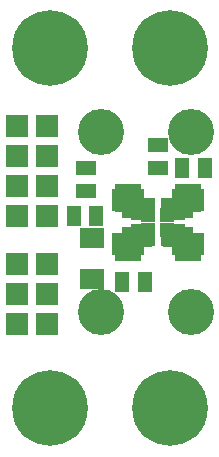
<source format=gbr>
G04 #@! TF.FileFunction,Soldermask,Bot*
%FSLAX46Y46*%
G04 Gerber Fmt 4.6, Leading zero omitted, Abs format (unit mm)*
G04 Created by KiCad (PCBNEW 4.0.3-stable) date 09/22/16 08:13:14*
%MOMM*%
%LPD*%
G01*
G04 APERTURE LIST*
%ADD10C,0.500000*%
%ADD11R,1.797000X1.289000*%
%ADD12R,1.289000X1.797000*%
%ADD13R,1.924000X1.924000*%
%ADD14C,6.400000*%
%ADD15R,2.100000X1.900000*%
%ADD16R,2.200000X2.400000*%
%ADD17R,2.000000X1.750000*%
%ADD18R,1.800000X1.700000*%
%ADD19R,2.800000X1.900000*%
%ADD20R,1.300000X1.200000*%
%ADD21C,3.900000*%
%ADD22R,2.099260X1.700480*%
G04 APERTURE END LIST*
D10*
D11*
X14224000Y25463500D03*
X14224000Y27368500D03*
D12*
X16319500Y25400000D03*
X18224500Y25400000D03*
X11239500Y15748000D03*
X13144500Y15748000D03*
D13*
X2286000Y17272000D03*
X4826000Y17272000D03*
X2286000Y14732000D03*
X4826000Y14732000D03*
X2286000Y12192000D03*
X4826000Y12192000D03*
X2286000Y28956000D03*
X4826000Y28956000D03*
X2286000Y26416000D03*
X4826000Y26416000D03*
X2286000Y23876000D03*
X4826000Y23876000D03*
D14*
X5080000Y5080000D03*
X5080000Y35560000D03*
X15240000Y5080000D03*
X15240000Y35560000D03*
D11*
X8128000Y25400000D03*
X8128000Y23495000D03*
D12*
X7112000Y21336000D03*
X9017000Y21336000D03*
D15*
X15494000Y19728000D03*
X12954000Y19728000D03*
X12954000Y21928000D03*
X15494000Y21928000D03*
D16*
X16764000Y18728000D03*
X11684000Y18728000D03*
X11684000Y22928000D03*
X16764000Y22928000D03*
D17*
X15674000Y19578000D03*
X12774000Y19578000D03*
X12774000Y22078000D03*
X15674000Y22078000D03*
D18*
X15524000Y19828000D03*
X12924000Y19828000D03*
X12924000Y21828000D03*
X15524000Y21828000D03*
D17*
X16224000Y19578000D03*
X12224000Y19578000D03*
X12224000Y22078000D03*
X16224000Y22078000D03*
D19*
X16764000Y18978000D03*
X11684000Y18978000D03*
X11684000Y22678000D03*
X16764000Y22678000D03*
D20*
X15049000Y20203000D03*
X13399000Y20203000D03*
X13399000Y21453000D03*
X15049000Y21453000D03*
D21*
X17018000Y13208000D03*
X17018000Y28448000D03*
X9398000Y28448000D03*
X9398000Y13208000D03*
D13*
X4826000Y21336000D03*
X2286000Y21336000D03*
D22*
X8636000Y19530060D03*
X8636000Y16029940D03*
M02*

</source>
